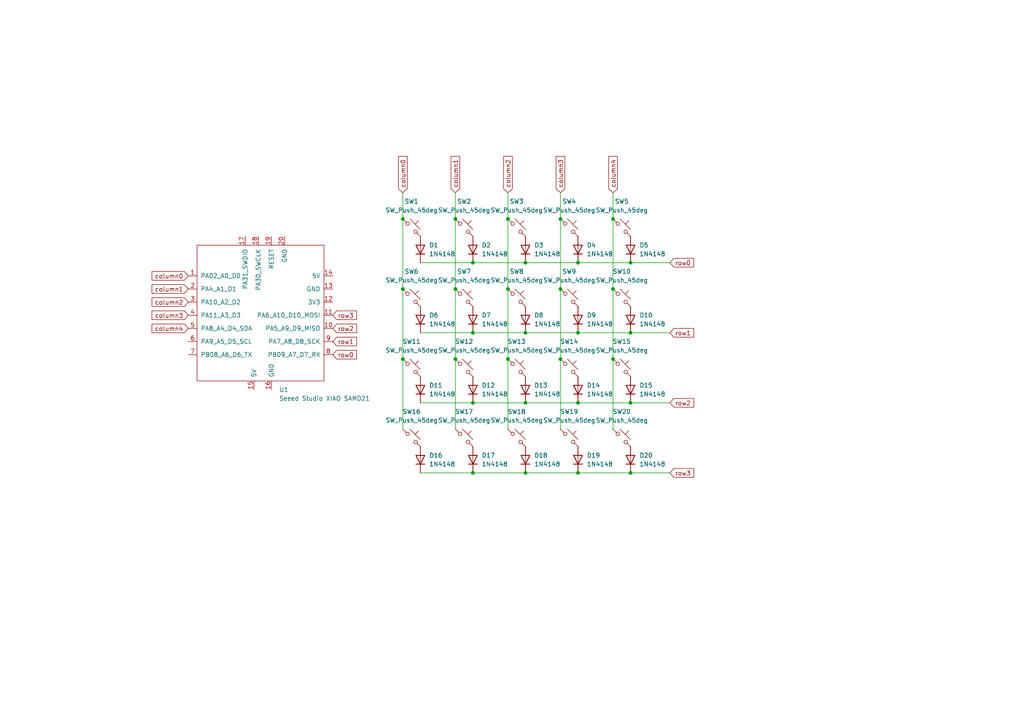
<source format=kicad_sch>
(kicad_sch (version 20231120) (generator "eeschema") (generator_version "8.0")
  (paper "A4")
  (lib_symbols
    (symbol "Diode:1N4148" (pin_numbers hide) (pin_names hide)
      (property "Reference" "D" (at 0 2.54 0))
      (property "Value" "1N4148" (at 0 -2.54 0))
      (symbol "1N4148_0_1"
        (polyline (pts (xy -1.27 1.27) (xy -1.27 -1.27)) (stroke (width 0.254)))
        (polyline (pts (xy 1.27 0) (xy -1.27 0)))
        (polyline (pts (xy 1.27 1.27) (xy 1.27 -1.27) (xy -1.27 0) (xy 1.27 1.27)) (stroke (width 0.254)))
      )
      (symbol "1N4148_1_1"
        (pin passive line (at -3.81 0 0) (length 2.54) (name "K") (number "1"))
        (pin passive line (at 3.81 0 180) (length 2.54) (name "A") (number "2"))
      )
    )
    (symbol "Seeed_Studio_XIAO_Series:Seeed Studio XIAO SAMD21" (pin_names (offset 1.016))
      (property "Reference" "U" (at -19.05 22.86 0))
      (property "Value" "Seeed Studio XIAO SAMD21" (at -12.7 21.59 0))
      (symbol "Seeed Studio XIAO SAMD21_0_1"
        (rectangle (start -19.05 20.32) (end 17.78 -19.05))
      )
      (symbol "Seeed Studio XIAO SAMD21_1_1"
        (pin unspecified line (at -21.59 11.43 0) (length 2.54) (name "PA02_A0_D0") (number "1"))
        (pin unspecified line (at 20.32 -3.81 180) (length 2.54) (name "PA5_A9_D9_MISO") (number "10"))
        (pin unspecified line (at 20.32 0 180) (length 2.54) (name "PA6_A10_D10_MOSI") (number "11"))
        (pin unspecified line (at 20.32 3.81 180) (length 2.54) (name "3V3") (number "12"))
        (pin unspecified line (at 20.32 7.62 180) (length 2.54) (name "GND") (number "13"))
        (pin unspecified line (at 20.32 11.43 180) (length 2.54) (name "5V") (number "14"))
        (pin input line (at -2.54 -21.59 90) (length 2.54) (name "5V") (number "15"))
        (pin input line (at 2.54 -21.59 90) (length 2.54) (name "GND") (number "16"))
        (pin input line (at -5.08 22.86 270) (length 2.54) (name "PA31_SWDIO") (number "17"))
        (pin input line (at -1.27 22.86 270) (length 2.54) (name "PA30_SWCLK") (number "18"))
        (pin input line (at 2.54 22.86 270) (length 2.54) (name "RESET") (number "19"))
        (pin unspecified line (at -21.59 7.62 0) (length 2.54) (name "PA4_A1_D1") (number "2"))
        (pin input line (at 6.35 22.86 270) (length 2.54) (name "GND") (number "20"))
        (pin unspecified line (at -21.59 3.81 0) (length 2.54) (name "PA10_A2_D2") (number "3"))
        (pin unspecified line (at -21.59 0 0) (length 2.54) (name "PA11_A3_D3") (number "4"))
        (pin unspecified line (at -21.59 -3.81 0) (length 2.54) (name "PA8_A4_D4_SDA") (number "5"))
        (pin unspecified line (at -21.59 -7.62 0) (length 2.54) (name "PA9_A5_D5_SCL") (number "6"))
        (pin unspecified line (at -21.59 -11.43 0) (length 2.54) (name "PB08_A6_D6_TX") (number "7"))
        (pin unspecified line (at 20.32 -11.43 180) (length 2.54) (name "PB09_A7_D7_RX") (number "8"))
        (pin unspecified line (at 20.32 -7.62 180) (length 2.54) (name "PA7_A8_D8_SCK") (number "9"))
      )
    )
    (symbol "Switch:SW_Push_45deg" (pin_numbers hide) (pin_names (offset 1.016) hide)
      (property "Reference" "SW" (at 3.048 1.016 0))
      (property "Value" "SW_Push_45deg" (at 0 -3.81 0))
      (symbol "SW_Push_45deg_0_1"
        (circle (center -1.1684 1.1684) (radius 0.508))
        (polyline (pts (xy -0.508 2.54) (xy 2.54 -0.508)))
        (polyline (pts (xy 1.016 1.016) (xy 2.032 2.032)))
        (polyline (pts (xy -2.54 2.54) (xy -1.524 1.524) (xy -1.524 1.524)))
        (polyline (pts (xy 1.524 -1.524) (xy 2.54 -2.54) (xy 2.54 -2.54) (xy 2.54 -2.54)))
        (circle (center 1.143 -1.1938) (radius 0.508))
        (pin passive line (at -2.54 2.54 0) (length 0) (name "1") (number "1"))
        (pin passive line (at 2.54 -2.54 180) (length 0) (name "2") (number "2"))
      )
    )
  )
  (junction (at 152.4 116.84))
  (junction (at 167.64 116.84))
  (junction (at 182.88 76.2))
  (junction (at 182.88 137.16))
  (junction (at 177.8 63.5))
  (junction (at 167.64 76.2))
  (junction (at 182.88 116.84))
  (junction (at 116.84 83.82))
  (junction (at 167.64 137.16))
  (junction (at 152.4 76.2))
  (junction (at 182.88 96.52))
  (junction (at 177.8 104.14))
  (junction (at 152.4 96.52))
  (junction (at 132.08 63.5))
  (junction (at 137.16 76.2))
  (junction (at 162.56 83.82))
  (junction (at 162.56 104.14))
  (junction (at 152.4 137.16))
  (junction (at 116.84 63.5))
  (junction (at 132.08 104.14))
  (junction (at 162.56 63.5))
  (junction (at 177.8 83.82))
  (junction (at 137.16 96.52))
  (junction (at 147.32 63.5))
  (junction (at 167.64 96.52))
  (junction (at 137.16 137.16))
  (junction (at 137.16 116.84))
  (junction (at 147.32 104.14))
  (junction (at 116.84 104.14))
  (junction (at 132.08 83.82))
  (junction (at 147.32 83.82))
  (wire (pts (xy 132.08 104.14) (xy 132.08 124.46)))
  (wire (pts (xy 167.64 116.84) (xy 182.88 116.84)))
  (wire (pts (xy 132.08 63.5) (xy 132.08 83.82)))
  (wire (pts (xy 167.64 96.52) (xy 182.88 96.52)))
  (wire (pts (xy 132.08 55.88) (xy 132.08 63.5)))
  (wire (pts (xy 147.32 104.14) (xy 147.32 124.46)))
  (wire (pts (xy 162.56 63.5) (xy 162.56 83.82)))
  (wire (pts (xy 177.8 83.82) (xy 177.8 104.14)))
  (wire (pts (xy 116.84 104.14) (xy 116.84 124.46)))
  (wire (pts (xy 162.56 83.82) (xy 162.56 104.14)))
  (wire (pts (xy 121.92 137.16) (xy 137.16 137.16)))
  (wire (pts (xy 152.4 96.52) (xy 167.64 96.52)))
  (wire (pts (xy 121.92 96.52) (xy 137.16 96.52)))
  (wire (pts (xy 177.8 55.88) (xy 177.8 63.5)))
  (wire (pts (xy 137.16 137.16) (xy 152.4 137.16)))
  (wire (pts (xy 167.64 76.2) (xy 182.88 76.2)))
  (wire (pts (xy 177.8 104.14) (xy 177.8 124.46)))
  (wire (pts (xy 162.56 55.88) (xy 162.56 63.5)))
  (wire (pts (xy 182.88 116.84) (xy 194.31 116.84)))
  (wire (pts (xy 137.16 76.2) (xy 152.4 76.2)))
  (wire (pts (xy 116.84 63.5) (xy 116.84 83.82)))
  (wire (pts (xy 152.4 137.16) (xy 167.64 137.16)))
  (wire (pts (xy 152.4 116.84) (xy 167.64 116.84)))
  (wire (pts (xy 162.56 104.14) (xy 162.56 124.46)))
  (wire (pts (xy 147.32 63.5) (xy 147.32 83.82)))
  (wire (pts (xy 132.08 83.82) (xy 132.08 104.14)))
  (wire (pts (xy 152.4 76.2) (xy 167.64 76.2)))
  (wire (pts (xy 182.88 137.16) (xy 194.31 137.16)))
  (wire (pts (xy 137.16 96.52) (xy 152.4 96.52)))
  (wire (pts (xy 137.16 116.84) (xy 152.4 116.84)))
  (wire (pts (xy 116.84 83.82) (xy 116.84 104.14)))
  (wire (pts (xy 121.92 76.2) (xy 137.16 76.2)))
  (wire (pts (xy 147.32 83.82) (xy 147.32 104.14)))
  (wire (pts (xy 182.88 76.2) (xy 194.31 76.2)))
  (wire (pts (xy 177.8 63.5) (xy 177.8 83.82)))
  (wire (pts (xy 116.84 55.88) (xy 116.84 63.5)))
  (wire (pts (xy 147.32 55.88) (xy 147.32 63.5)))
  (wire (pts (xy 167.64 137.16) (xy 182.88 137.16)))
  (wire (pts (xy 182.88 96.52) (xy 194.31 96.52)))
  (wire (pts (xy 121.92 116.84) (xy 137.16 116.84)))
  (global_label "column1" (shape input) (at 54.61 83.82 180) (property "Intersheetrefs" "${INTERSHEET_REFS}" (effects (hide yes))))
  (global_label "row0" (shape input) (at 194.31 76.2 0) (property "Intersheetrefs" "${INTERSHEET_REFS}" (effects (hide yes))))
  (global_label "column1" (shape input) (at 132.08 55.88 90) (property "Intersheetrefs" "${INTERSHEET_REFS}" (effects (hide yes))))
  (global_label "column0" (shape input) (at 116.84 55.88 90) (property "Intersheetrefs" "${INTERSHEET_REFS}" (effects (hide yes))))
  (global_label "row2" (shape input) (at 194.31 116.84 0) (property "Intersheetrefs" "${INTERSHEET_REFS}" (effects (hide yes))))
  (global_label "row1" (shape input) (at 194.31 96.52 0) (property "Intersheetrefs" "${INTERSHEET_REFS}" (effects (hide yes))))
  (global_label "column2" (shape input) (at 147.32 55.88 90) (property "Intersheetrefs" "${INTERSHEET_REFS}" (effects (hide yes))))
  (global_label "column4" (shape input) (at 177.8 55.88 90) (property "Intersheetrefs" "${INTERSHEET_REFS}" (effects (hide yes))))
  (global_label "column2" (shape input) (at 54.61 87.63 180) (property "Intersheetrefs" "${INTERSHEET_REFS}" (effects (hide yes))))
  (global_label "column4" (shape input) (at 54.61 95.25 180) (property "Intersheetrefs" "${INTERSHEET_REFS}" (effects (hide yes))))
  (global_label "row0" (shape input) (at 96.52 102.87 0) (property "Intersheetrefs" "${INTERSHEET_REFS}" (effects (hide yes))))
  (global_label "column3" (shape input) (at 54.61 91.44 180) (property "Intersheetrefs" "${INTERSHEET_REFS}" (effects (hide yes))))
  (global_label "row3" (shape input) (at 194.31 137.16 0) (property "Intersheetrefs" "${INTERSHEET_REFS}" (effects (hide yes))))
  (global_label "row1" (shape input) (at 96.52 99.06 0) (property "Intersheetrefs" "${INTERSHEET_REFS}" (effects (hide yes))))
  (global_label "column3" (shape input) (at 162.56 55.88 90) (property "Intersheetrefs" "${INTERSHEET_REFS}" (effects (hide yes))))
  (global_label "column0" (shape input) (at 54.61 80.01 180) (property "Intersheetrefs" "${INTERSHEET_REFS}" (effects (hide yes))))
  (global_label "row2" (shape input) (at 96.52 95.25 0) (property "Intersheetrefs" "${INTERSHEET_REFS}" (effects (hide yes))))
  (global_label "row3" (shape input) (at 96.52 91.44 0) (property "Intersheetrefs" "${INTERSHEET_REFS}" (effects (hide yes))))
  (symbol (lib_id "Switch:SW_Push_45deg") (at 119.38 127 0) (unit 1)
    (property "Reference" "SW16" (at 119.38 119.38 0))
    (property "Value" "SW_Push_45deg" (at 119.38 121.92 0))
    (property "Footprint" "Button_Switch_Keyboard:SW_Cherry_MX_1.00u_PCB" (effects (hide yes)))
    (property "Description" "Push button switch, normally open, two pins, 45° tilted" (effects (hide yes)))
  )
  (symbol (lib_id "Switch:SW_Push_45deg") (at 149.86 86.36 0) (unit 1)
    (property "Reference" "SW8" (at 149.86 78.74 0))
    (property "Value" "SW_Push_45deg" (at 149.86 81.28 0))
    (property "Footprint" "Button_Switch_Keyboard:SW_Cherry_MX_1.00u_PCB" (effects (hide yes)))
    (property "Description" "Push button switch, normally open, two pins, 45° tilted" (effects (hide yes)))
  )
  (symbol (lib_id "Diode:1N4148") (at 167.64 92.71 90) (unit 1)
    (property "Reference" "D9" (at 170.18 91.4399 90) (effects (justify right)))
    (property "Value" "1N4148" (at 170.18 93.9799 90) (effects (justify right)))
    (property "Footprint" "Diode_THT:D_DO-35_SOD27_P7.62mm_Horizontal" (effects (hide yes)))
    (property "Datasheet" "https://assets.nexperia.com/documents/data-sheet/1N4148_1N4448.pdf" (effects (hide yes)))
    (property "Description" "100V 0.15A standard switching diode, DO-35" (effects (hide yes)))
    (property "Sim.Device" "D" (effects (hide yes)))
    (property "Sim.Pins" "1=K 2=A" (effects (hide yes)))
  )
  (symbol (lib_id "Diode:1N4148") (at 121.92 92.71 90) (unit 1)
    (property "Reference" "D6" (at 124.46 91.4399 90) (effects (justify right)))
    (property "Value" "1N4148" (at 124.46 93.9799 90) (effects (justify right)))
    (property "Footprint" "Diode_THT:D_DO-35_SOD27_P7.62mm_Horizontal" (effects (hide yes)))
    (property "Datasheet" "https://assets.nexperia.com/documents/data-sheet/1N4148_1N4448.pdf" (effects (hide yes)))
    (property "Description" "100V 0.15A standard switching diode, DO-35" (effects (hide yes)))
    (property "Sim.Device" "D" (effects (hide yes)))
    (property "Sim.Pins" "1=K 2=A" (effects (hide yes)))
  )
  (symbol (lib_id "Diode:1N4148") (at 182.88 72.39 90) (unit 1)
    (property "Reference" "D5" (at 185.42 71.1199 90) (effects (justify right)))
    (property "Value" "1N4148" (at 185.42 73.6599 90) (effects (justify right)))
    (property "Footprint" "Diode_THT:D_DO-35_SOD27_P7.62mm_Horizontal" (effects (hide yes)))
    (property "Datasheet" "https://assets.nexperia.com/documents/data-sheet/1N4148_1N4448.pdf" (effects (hide yes)))
    (property "Description" "100V 0.15A standard switching diode, DO-35" (effects (hide yes)))
    (property "Sim.Device" "D" (effects (hide yes)))
    (property "Sim.Pins" "1=K 2=A" (effects (hide yes)))
  )
  (symbol (lib_id "Diode:1N4148") (at 137.16 92.71 90) (unit 1)
    (property "Reference" "D7" (at 139.7 91.4399 90) (effects (justify right)))
    (property "Value" "1N4148" (at 139.7 93.9799 90) (effects (justify right)))
    (property "Footprint" "Diode_THT:D_DO-35_SOD27_P7.62mm_Horizontal" (effects (hide yes)))
    (property "Datasheet" "https://assets.nexperia.com/documents/data-sheet/1N4148_1N4448.pdf" (effects (hide yes)))
    (property "Description" "100V 0.15A standard switching diode, DO-35" (effects (hide yes)))
    (property "Sim.Device" "D" (effects (hide yes)))
    (property "Sim.Pins" "1=K 2=A" (effects (hide yes)))
  )
  (symbol (lib_id "Diode:1N4148") (at 167.64 72.39 90) (unit 1)
    (property "Reference" "D4" (at 170.18 71.1199 90) (effects (justify right)))
    (property "Value" "1N4148" (at 170.18 73.6599 90) (effects (justify right)))
    (property "Footprint" "Diode_THT:D_DO-35_SOD27_P7.62mm_Horizontal" (effects (hide yes)))
    (property "Datasheet" "https://assets.nexperia.com/documents/data-sheet/1N4148_1N4448.pdf" (effects (hide yes)))
    (property "Description" "100V 0.15A standard switching diode, DO-35" (effects (hide yes)))
    (property "Sim.Device" "D" (effects (hide yes)))
    (property "Sim.Pins" "1=K 2=A" (effects (hide yes)))
  )
  (symbol (lib_id "Switch:SW_Push_45deg") (at 134.62 66.04 0) (unit 1)
    (property "Reference" "SW2" (at 134.62 58.42 0))
    (property "Value" "SW_Push_45deg" (at 134.62 60.96 0))
    (property "Footprint" "Button_Switch_Keyboard:SW_Cherry_MX_1.00u_PCB" (effects (hide yes)))
    (property "Description" "Push button switch, normally open, two pins, 45° tilted" (effects (hide yes)))
  )
  (symbol (lib_id "Switch:SW_Push_45deg") (at 119.38 106.68 0) (unit 1)
    (property "Reference" "SW11" (at 119.38 99.06 0))
    (property "Value" "SW_Push_45deg" (at 119.38 101.6 0))
    (property "Footprint" "Button_Switch_Keyboard:SW_Cherry_MX_1.00u_PCB" (effects (hide yes)))
    (property "Description" "Push button switch, normally open, two pins, 45° tilted" (effects (hide yes)))
  )
  (symbol (lib_id "Diode:1N4148") (at 182.88 133.35 90) (unit 1)
    (property "Reference" "D20" (at 185.42 132.0799 90) (effects (justify right)))
    (property "Value" "1N4148" (at 185.42 134.6199 90) (effects (justify right)))
    (property "Footprint" "Diode_THT:D_DO-35_SOD27_P7.62mm_Horizontal" (effects (hide yes)))
    (property "Datasheet" "https://assets.nexperia.com/documents/data-sheet/1N4148_1N4448.pdf" (effects (hide yes)))
    (property "Description" "100V 0.15A standard switching diode, DO-35" (effects (hide yes)))
    (property "Sim.Device" "D" (effects (hide yes)))
    (property "Sim.Pins" "1=K 2=A" (effects (hide yes)))
  )
  (symbol (lib_id "Diode:1N4148") (at 121.92 72.39 90) (unit 1)
    (property "Reference" "D1" (at 124.46 71.1199 90) (effects (justify right)))
    (property "Value" "1N4148" (at 124.46 73.6599 90) (effects (justify right)))
    (property "Footprint" "Diode_THT:D_DO-35_SOD27_P7.62mm_Horizontal" (effects (hide yes)))
    (property "Datasheet" "https://assets.nexperia.com/documents/data-sheet/1N4148_1N4448.pdf" (effects (hide yes)))
    (property "Description" "100V 0.15A standard switching diode, DO-35" (effects (hide yes)))
    (property "Sim.Device" "D" (effects (hide yes)))
    (property "Sim.Pins" "1=K 2=A" (effects (hide yes)))
  )
  (symbol (lib_id "Diode:1N4148") (at 137.16 113.03 90) (unit 1)
    (property "Reference" "D12" (at 139.7 111.7599 90) (effects (justify right)))
    (property "Value" "1N4148" (at 139.7 114.2999 90) (effects (justify right)))
    (property "Footprint" "Diode_THT:D_DO-35_SOD27_P7.62mm_Horizontal" (effects (hide yes)))
    (property "Datasheet" "https://assets.nexperia.com/documents/data-sheet/1N4148_1N4448.pdf" (effects (hide yes)))
    (property "Description" "100V 0.15A standard switching diode, DO-35" (effects (hide yes)))
    (property "Sim.Device" "D" (effects (hide yes)))
    (property "Sim.Pins" "1=K 2=A" (effects (hide yes)))
  )
  (symbol (lib_id "Diode:1N4148") (at 152.4 113.03 90) (unit 1)
    (property "Reference" "D13" (at 154.94 111.7599 90) (effects (justify right)))
    (property "Value" "1N4148" (at 154.94 114.2999 90) (effects (justify right)))
    (property "Footprint" "Diode_THT:D_DO-35_SOD27_P7.62mm_Horizontal" (effects (hide yes)))
    (property "Datasheet" "https://assets.nexperia.com/documents/data-sheet/1N4148_1N4448.pdf" (effects (hide yes)))
    (property "Description" "100V 0.15A standard switching diode, DO-35" (effects (hide yes)))
    (property "Sim.Device" "D" (effects (hide yes)))
    (property "Sim.Pins" "1=K 2=A" (effects (hide yes)))
  )
  (symbol (lib_id "Switch:SW_Push_45deg") (at 180.34 66.04 0) (unit 1)
    (property "Reference" "SW5" (at 180.34 58.42 0))
    (property "Value" "SW_Push_45deg" (at 180.34 60.96 0))
    (property "Footprint" "Button_Switch_Keyboard:SW_Cherry_MX_1.00u_PCB" (effects (hide yes)))
    (property "Description" "Push button switch, normally open, two pins, 45° tilted" (effects (hide yes)))
  )
  (symbol (lib_id "Switch:SW_Push_45deg") (at 134.62 86.36 0) (unit 1)
    (property "Reference" "SW7" (at 134.62 78.74 0))
    (property "Value" "SW_Push_45deg" (at 134.62 81.28 0))
    (property "Footprint" "Button_Switch_Keyboard:SW_Cherry_MX_1.00u_PCB" (effects (hide yes)))
    (property "Description" "Push button switch, normally open, two pins, 45° tilted" (effects (hide yes)))
  )
  (symbol (lib_id "Switch:SW_Push_45deg") (at 149.86 66.04 0) (unit 1)
    (property "Reference" "SW3" (at 149.86 58.42 0))
    (property "Value" "SW_Push_45deg" (at 149.86 60.96 0))
    (property "Footprint" "Button_Switch_Keyboard:SW_Cherry_MX_1.00u_PCB" (effects (hide yes)))
    (property "Description" "Push button switch, normally open, two pins, 45° tilted" (effects (hide yes)))
  )
  (symbol (lib_id "Diode:1N4148") (at 152.4 133.35 90) (unit 1)
    (property "Reference" "D18" (at 154.94 132.0799 90) (effects (justify right)))
    (property "Value" "1N4148" (at 154.94 134.6199 90) (effects (justify right)))
    (property "Footprint" "Diode_THT:D_DO-35_SOD27_P7.62mm_Horizontal" (effects (hide yes)))
    (property "Datasheet" "https://assets.nexperia.com/documents/data-sheet/1N4148_1N4448.pdf" (effects (hide yes)))
    (property "Description" "100V 0.15A standard switching diode, DO-35" (effects (hide yes)))
    (property "Sim.Device" "D" (effects (hide yes)))
    (property "Sim.Pins" "1=K 2=A" (effects (hide yes)))
  )
  (symbol (lib_id "Switch:SW_Push_45deg") (at 180.34 127 0) (unit 1)
    (property "Reference" "SW20" (at 180.34 119.38 0))
    (property "Value" "SW_Push_45deg" (at 180.34 121.92 0))
    (property "Footprint" "Button_Switch_Keyboard:SW_Cherry_MX_1.00u_PCB" (effects (hide yes)))
    (property "Description" "Push button switch, normally open, two pins, 45° tilted" (effects (hide yes)))
  )
  (symbol (lib_id "Diode:1N4148") (at 167.64 113.03 90) (unit 1)
    (property "Reference" "D14" (at 170.18 111.7599 90) (effects (justify right)))
    (property "Value" "1N4148" (at 170.18 114.2999 90) (effects (justify right)))
    (property "Footprint" "Diode_THT:D_DO-35_SOD27_P7.62mm_Horizontal" (effects (hide yes)))
    (property "Datasheet" "https://assets.nexperia.com/documents/data-sheet/1N4148_1N4448.pdf" (effects (hide yes)))
    (property "Description" "100V 0.15A standard switching diode, DO-35" (effects (hide yes)))
    (property "Sim.Device" "D" (effects (hide yes)))
    (property "Sim.Pins" "1=K 2=A" (effects (hide yes)))
  )
  (symbol (lib_id "Switch:SW_Push_45deg") (at 180.34 86.36 0) (unit 1)
    (property "Reference" "SW10" (at 180.34 78.74 0))
    (property "Value" "SW_Push_45deg" (at 180.34 81.28 0))
    (property "Footprint" "Button_Switch_Keyboard:SW_Cherry_MX_1.00u_PCB" (effects (hide yes)))
    (property "Description" "Push button switch, normally open, two pins, 45° tilted" (effects (hide yes)))
  )
  (symbol (lib_id "Switch:SW_Push_45deg") (at 149.86 127 0) (unit 1)
    (property "Reference" "SW18" (at 149.86 119.38 0))
    (property "Value" "SW_Push_45deg" (at 149.86 121.92 0))
    (property "Footprint" "Button_Switch_Keyboard:SW_Cherry_MX_1.00u_PCB" (effects (hide yes)))
    (property "Description" "Push button switch, normally open, two pins, 45° tilted" (effects (hide yes)))
  )
  (symbol (lib_id "Diode:1N4148") (at 152.4 92.71 90) (unit 1)
    (property "Reference" "D8" (at 154.94 91.4399 90) (effects (justify right)))
    (property "Value" "1N4148" (at 154.94 93.9799 90) (effects (justify right)))
    (property "Footprint" "Diode_THT:D_DO-35_SOD27_P7.62mm_Horizontal" (effects (hide yes)))
    (property "Datasheet" "https://assets.nexperia.com/documents/data-sheet/1N4148_1N4448.pdf" (effects (hide yes)))
    (property "Description" "100V 0.15A standard switching diode, DO-35" (effects (hide yes)))
    (property "Sim.Device" "D" (effects (hide yes)))
    (property "Sim.Pins" "1=K 2=A" (effects (hide yes)))
  )
  (symbol (lib_id "Seeed_Studio_XIAO_Series:Seeed Studio XIAO SAMD21") (at 76.2 91.44 0) (unit 1)
    (property "Reference" "U1" (at 80.9341 113.03 0) (effects (justify left)))
    (property "Value" "Seeed Studio XIAO SAMD21" (at 80.9341 115.57 0) (effects (justify left)))
    (property "Footprint" "Seeed_Studio_XIAO_Series_Library:XIAO-Generic-Thruhole-14P-2.54-21X17.8MM" (effects (hide yes)))
  )
  (symbol (lib_id "Diode:1N4148") (at 121.92 133.35 90) (unit 1)
    (property "Reference" "D16" (at 124.46 132.0799 90) (effects (justify right)))
    (property "Value" "1N4148" (at 124.46 134.6199 90) (effects (justify right)))
    (property "Footprint" "Diode_THT:D_DO-35_SOD27_P7.62mm_Horizontal" (effects (hide yes)))
    (property "Datasheet" "https://assets.nexperia.com/documents/data-sheet/1N4148_1N4448.pdf" (effects (hide yes)))
    (property "Description" "100V 0.15A standard switching diode, DO-35" (effects (hide yes)))
    (property "Sim.Device" "D" (effects (hide yes)))
    (property "Sim.Pins" "1=K 2=A" (effects (hide yes)))
  )
  (symbol (lib_id "Switch:SW_Push_45deg") (at 165.1 66.04 0) (unit 1)
    (property "Reference" "SW4" (at 165.1 58.42 0))
    (property "Value" "SW_Push_45deg" (at 165.1 60.96 0))
    (property "Footprint" "Button_Switch_Keyboard:SW_Cherry_MX_1.00u_PCB" (effects (hide yes)))
    (property "Description" "Push button switch, normally open, two pins, 45° tilted" (effects (hide yes)))
  )
  (symbol (lib_id "Diode:1N4148") (at 121.92 113.03 90) (unit 1)
    (property "Reference" "D11" (at 124.46 111.7599 90) (effects (justify right)))
    (property "Value" "1N4148" (at 124.46 114.2999 90) (effects (justify right)))
    (property "Footprint" "Diode_THT:D_DO-35_SOD27_P7.62mm_Horizontal" (effects (hide yes)))
    (property "Datasheet" "https://assets.nexperia.com/documents/data-sheet/1N4148_1N4448.pdf" (effects (hide yes)))
    (property "Description" "100V 0.15A standard switching diode, DO-35" (effects (hide yes)))
    (property "Sim.Device" "D" (effects (hide yes)))
    (property "Sim.Pins" "1=K 2=A" (effects (hide yes)))
  )
  (symbol (lib_id "Diode:1N4148") (at 167.64 133.35 90) (unit 1)
    (property "Reference" "D19" (at 170.18 132.0799 90) (effects (justify right)))
    (property "Value" "1N4148" (at 170.18 134.6199 90) (effects (justify right)))
    (property "Footprint" "Diode_THT:D_DO-35_SOD27_P7.62mm_Horizontal" (effects (hide yes)))
    (property "Datasheet" "https://assets.nexperia.com/documents/data-sheet/1N4148_1N4448.pdf" (effects (hide yes)))
    (property "Description" "100V 0.15A standard switching diode, DO-35" (effects (hide yes)))
    (property "Sim.Device" "D" (effects (hide yes)))
    (property "Sim.Pins" "1=K 2=A" (effects (hide yes)))
  )
  (symbol (lib_id "Switch:SW_Push_45deg") (at 165.1 127 0) (unit 1)
    (property "Reference" "SW19" (at 165.1 119.38 0))
    (property "Value" "SW_Push_45deg" (at 165.1 121.92 0))
    (property "Footprint" "Button_Switch_Keyboard:SW_Cherry_MX_1.00u_PCB" (effects (hide yes)))
    (property "Description" "Push button switch, normally open, two pins, 45° tilted" (effects (hide yes)))
  )
  (symbol (lib_id "Switch:SW_Push_45deg") (at 134.62 127 0) (unit 1)
    (property "Reference" "SW17" (at 134.62 119.38 0))
    (property "Value" "SW_Push_45deg" (at 134.62 121.92 0))
    (property "Footprint" "Button_Switch_Keyboard:SW_Cherry_MX_1.00u_PCB" (effects (hide yes)))
    (property "Description" "Push button switch, normally open, two pins, 45° tilted" (effects (hide yes)))
  )
  (symbol (lib_id "Switch:SW_Push_45deg") (at 165.1 86.36 0) (unit 1)
    (property "Reference" "SW9" (at 165.1 78.74 0))
    (property "Value" "SW_Push_45deg" (at 165.1 81.28 0))
    (property "Footprint" "Button_Switch_Keyboard:SW_Cherry_MX_1.00u_PCB" (effects (hide yes)))
    (property "Description" "Push button switch, normally open, two pins, 45° tilted" (effects (hide yes)))
  )
  (symbol (lib_id "Diode:1N4148") (at 137.16 133.35 90) (unit 1)
    (property "Reference" "D17" (at 139.7 132.0799 90) (effects (justify right)))
    (property "Value" "1N4148" (at 139.7 134.6199 90) (effects (justify right)))
    (property "Footprint" "Diode_THT:D_DO-35_SOD27_P7.62mm_Horizontal" (effects (hide yes)))
    (property "Datasheet" "https://assets.nexperia.com/documents/data-sheet/1N4148_1N4448.pdf" (effects (hide yes)))
    (property "Description" "100V 0.15A standard switching diode, DO-35" (effects (hide yes)))
    (property "Sim.Device" "D" (effects (hide yes)))
    (property "Sim.Pins" "1=K 2=A" (effects (hide yes)))
  )
  (symbol (lib_id "Diode:1N4148") (at 182.88 113.03 90) (unit 1)
    (property "Reference" "D15" (at 185.42 111.7599 90) (effects (justify right)))
    (property "Value" "1N4148" (at 185.42 114.2999 90) (effects (justify right)))
    (property "Footprint" "Diode_THT:D_DO-35_SOD27_P7.62mm_Horizontal" (effects (hide yes)))
    (property "Datasheet" "https://assets.nexperia.com/documents/data-sheet/1N4148_1N4448.pdf" (effects (hide yes)))
    (property "Description" "100V 0.15A standard switching diode, DO-35" (effects (hide yes)))
    (property "Sim.Device" "D" (effects (hide yes)))
    (property "Sim.Pins" "1=K 2=A" (effects (hide yes)))
  )
  (symbol (lib_id "Diode:1N4148") (at 152.4 72.39 90) (unit 1)
    (property "Reference" "D3" (at 154.94 71.1199 90) (effects (justify right)))
    (property "Value" "1N4148" (at 154.94 73.6599 90) (effects (justify right)))
    (property "Footprint" "Diode_THT:D_DO-35_SOD27_P7.62mm_Horizontal" (effects (hide yes)))
    (property "Datasheet" "https://assets.nexperia.com/documents/data-sheet/1N4148_1N4448.pdf" (effects (hide yes)))
    (property "Description" "100V 0.15A standard switching diode, DO-35" (effects (hide yes)))
    (property "Sim.Device" "D" (effects (hide yes)))
    (property "Sim.Pins" "1=K 2=A" (effects (hide yes)))
  )
  (symbol (lib_id "Switch:SW_Push_45deg") (at 165.1 106.68 0) (unit 1)
    (property "Reference" "SW14" (at 165.1 99.06 0))
    (property "Value" "SW_Push_45deg" (at 165.1 101.6 0))
    (property "Footprint" "Button_Switch_Keyboard:SW_Cherry_MX_1.00u_PCB" (effects (hide yes)))
    (property "Description" "Push button switch, normally open, two pins, 45° tilted" (effects (hide yes)))
  )
  (symbol (lib_id "Diode:1N4148") (at 182.88 92.71 90) (unit 1)
    (property "Reference" "D10" (at 185.42 91.4399 90) (effects (justify right)))
    (property "Value" "1N4148" (at 185.42 93.9799 90) (effects (justify right)))
    (property "Footprint" "Diode_THT:D_DO-35_SOD27_P7.62mm_Horizontal" (effects (hide yes)))
    (property "Datasheet" "https://assets.nexperia.com/documents/data-sheet/1N4148_1N4448.pdf" (effects (hide yes)))
    (property "Description" "100V 0.15A standard switching diode, DO-35" (effects (hide yes)))
    (property "Sim.Device" "D" (effects (hide yes)))
    (property "Sim.Pins" "1=K 2=A" (effects (hide yes)))
  )
  (symbol (lib_id "Switch:SW_Push_45deg") (at 134.62 106.68 0) (unit 1)
    (property "Reference" "SW12" (at 134.62 99.06 0))
    (property "Value" "SW_Push_45deg" (at 134.62 101.6 0))
    (property "Footprint" "Button_Switch_Keyboard:SW_Cherry_MX_1.00u_PCB" (effects (hide yes)))
    (property "Description" "Push button switch, normally open, two pins, 45° tilted" (effects (hide yes)))
  )
  (symbol (lib_id "Diode:1N4148") (at 137.16 72.39 90) (unit 1)
    (property "Reference" "D2" (at 139.7 71.1199 90) (effects (justify right)))
    (property "Value" "1N4148" (at 139.7 73.6599 90) (effects (justify right)))
    (property "Footprint" "Diode_THT:D_DO-35_SOD27_P7.62mm_Horizontal" (effects (hide yes)))
    (property "Datasheet" "https://assets.nexperia.com/documents/data-sheet/1N4148_1N4448.pdf" (effects (hide yes)))
    (property "Description" "100V 0.15A standard switching diode, DO-35" (effects (hide yes)))
    (property "Sim.Device" "D" (effects (hide yes)))
    (property "Sim.Pins" "1=K 2=A" (effects (hide yes)))
  )
  (symbol (lib_id "Switch:SW_Push_45deg") (at 119.38 86.36 0) (unit 1)
    (property "Reference" "SW6" (at 119.38 78.74 0))
    (property "Value" "SW_Push_45deg" (at 119.38 81.28 0))
    (property "Footprint" "Button_Switch_Keyboard:SW_Cherry_MX_1.00u_PCB" (effects (hide yes)))
    (property "Description" "Push button switch, normally open, two pins, 45° tilted" (effects (hide yes)))
  )
  (symbol (lib_id "Switch:SW_Push_45deg") (at 180.34 106.68 0) (unit 1)
    (property "Reference" "SW15" (at 180.34 99.06 0))
    (property "Value" "SW_Push_45deg" (at 180.34 101.6 0))
    (property "Footprint" "Button_Switch_Keyboard:SW_Cherry_MX_1.00u_PCB" (effects (hide yes)))
    (property "Description" "Push button switch, normally open, two pins, 45° tilted" (effects (hide yes)))
  )
  (symbol (lib_id "Switch:SW_Push_45deg") (at 119.38 66.04 0) (unit 1)
    (property "Reference" "SW1" (at 119.38 58.42 0))
    (property "Value" "SW_Push_45deg" (at 119.38 60.96 0))
    (property "Footprint" "Button_Switch_Keyboard:SW_Cherry_MX_1.00u_PCB" (effects (hide yes)))
    (property "Description" "Push button switch, normally open, two pins, 45° tilted" (effects (hide yes)))
  )
  (symbol (lib_id "Switch:SW_Push_45deg") (at 149.86 106.68 0) (unit 1)
    (property "Reference" "SW13" (at 149.86 99.06 0))
    (property "Value" "SW_Push_45deg" (at 149.86 101.6 0))
    (property "Footprint" "Button_Switch_Keyboard:SW_Cherry_MX_1.00u_PCB" (effects (hide yes)))
    (property "Description" "Push button switch, normally open, two pins, 45° tilted" (effects (hide yes)))
  )
)
</source>
